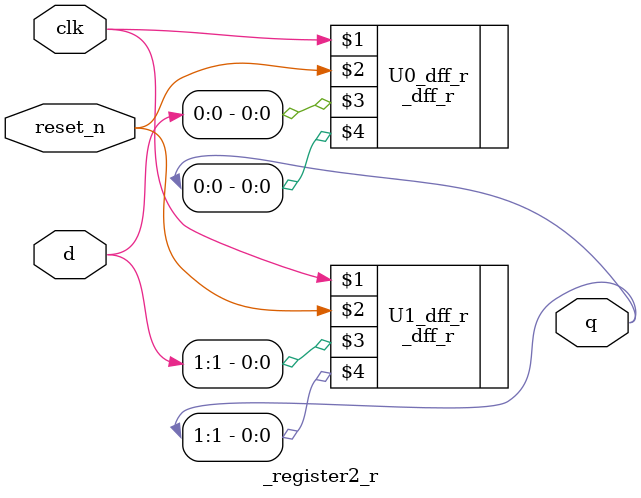
<source format=v>
module _register2_r(clk, reset_n, d, q);
	input clk, reset_n;
	input[1:0] d;
	output[1:0] q;

	_dff_r U0_dff_r(clk, reset_n, d[0], q[0]);
	_dff_r U1_dff_r(clk, reset_n, d[1], q[1]);

endmodule

</source>
